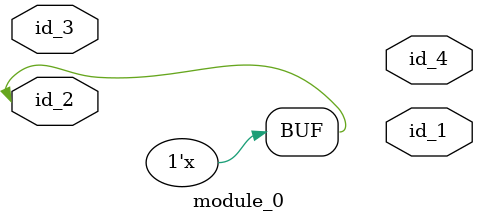
<source format=v>
module module_0 (
    id_1,
    id_2,
    id_3,
    id_4
);
  output id_4;
  inout id_3;
  inout id_2;
  output id_1;
  always id_2 <= id_3[1];
endmodule

</source>
